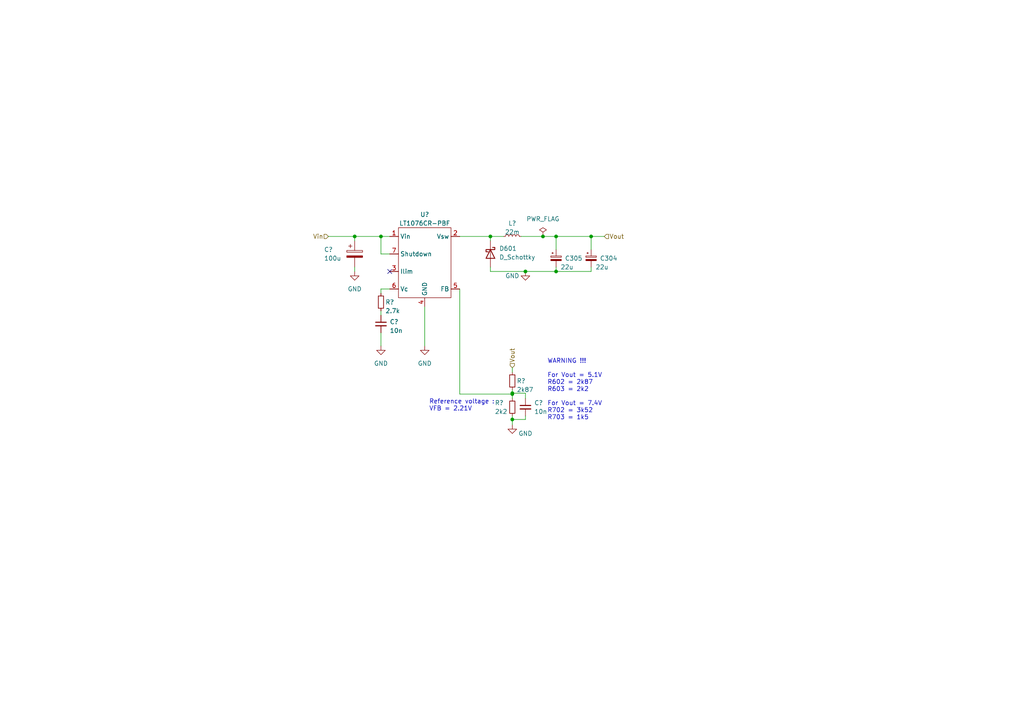
<source format=kicad_sch>
(kicad_sch (version 20230121) (generator eeschema)
  (paper "A4")
  (lib_symbols
    (symbol "Device:C_Polarized" (pin_numbers hide) (pin_names (offset 0.254))
      (property "Reference" "C" (at 0.635 2.54 0))
      (property "Value" "C_Polarized" (at 0.635 -2.54 0))
      (symbol "C_Polarized_0_1"
        (rectangle (start -2.286 0.508) (end 2.286 1.016))
        (polyline (pts (xy -1.778 2.286) (xy -0.762 2.286)))
        (polyline (pts (xy -1.27 2.794) (xy -1.27 1.778)))
        (rectangle (start 2.286 -0.508) (end -2.286 -1.016) (fill (type outline)))
      )
      (symbol "C_Polarized_1_1"
        (pin passive line (at 0 3.81 270) (length 2.794) (name "~") (number "1"))
        (pin passive line (at 0 -3.81 90) (length 2.794) (name "~") (number "2"))
      )
    )
    (symbol "Device:C_Polarized_Small" (pin_numbers hide) (pin_names (offset 0.254) hide)
      (property "Reference" "C" (at 0.254 1.778 0))
      (property "Value" "C_Polarized_Small" (at 0.254 -2.032 0))
      (symbol "C_Polarized_Small_0_1"
        (rectangle (start -1.524 -0.3048) (end 1.524 -0.6858) (fill (type outline)))
        (rectangle (start -1.524 0.6858) (end 1.524 0.3048))
        (polyline (pts (xy -1.27 1.524) (xy -0.762 1.524)))
        (polyline (pts (xy -1.016 1.27) (xy -1.016 1.778)))
      )
      (symbol "C_Polarized_Small_1_1"
        (pin passive line (at 0 2.54 270) (length 1.8542) (name "~") (number "1"))
        (pin passive line (at 0 -2.54 90) (length 1.8542) (name "~") (number "2"))
      )
    )
    (symbol "Device:C_Small" (pin_numbers hide) (pin_names (offset 0.254) hide)
      (property "Reference" "C" (at 0.254 1.778 0))
      (property "Value" "C_Small" (at 0.254 -2.032 0))
      (symbol "C_Small_0_1"
        (polyline (pts (xy -1.524 -0.508) (xy 1.524 -0.508)) (stroke (width 0.3302)))
        (polyline (pts (xy -1.524 0.508) (xy 1.524 0.508)) (stroke (width 0.3048)))
      )
      (symbol "C_Small_1_1"
        (pin passive line (at 0 2.54 270) (length 2.032) (name "~") (number "1"))
        (pin passive line (at 0 -2.54 90) (length 2.032) (name "~") (number "2"))
      )
    )
    (symbol "Device:D_Schottky" (pin_numbers hide) (pin_names (offset 1.016) hide)
      (property "Reference" "D" (at 0 2.54 0))
      (property "Value" "D_Schottky" (at 0 -2.54 0))
      (symbol "D_Schottky_0_1"
        (polyline (pts (xy 1.27 0) (xy -1.27 0)))
        (polyline (pts (xy 1.27 1.27) (xy 1.27 -1.27) (xy -1.27 0) (xy 1.27 1.27)) (stroke (width 0.254)))
        (polyline (pts (xy -1.905 0.635) (xy -1.905 1.27) (xy -1.27 1.27) (xy -1.27 -1.27) (xy -0.635 -1.27) (xy -0.635 -0.635)) (stroke (width 0.254)))
      )
      (symbol "D_Schottky_1_1"
        (pin passive line (at -3.81 0 0) (length 2.54) (name "K") (number "1"))
        (pin passive line (at 3.81 0 180) (length 2.54) (name "A") (number "2"))
      )
    )
    (symbol "Device:L_Small" (pin_numbers hide) (pin_names (offset 0.254) hide)
      (property "Reference" "L" (at 0.762 1.016 0))
      (property "Value" "L_Small" (at 0.762 -1.016 0))
      (symbol "L_Small_0_1"
        (arc (start 0 -2.032) (mid 0.5058 -1.524) (end 0 -1.016))
        (arc (start 0 -1.016) (mid 0.5058 -0.508) (end 0 0))
        (arc (start 0 0) (mid 0.5058 0.508) (end 0 1.016))
        (arc (start 0 1.016) (mid 0.5058 1.524) (end 0 2.032))
      )
      (symbol "L_Small_1_1"
        (pin passive line (at 0 2.54 270) (length 0.508) (name "~") (number "1"))
        (pin passive line (at 0 -2.54 90) (length 0.508) (name "~") (number "2"))
      )
    )
    (symbol "Device:R_Small" (pin_numbers hide) (pin_names (offset 0.254) hide)
      (property "Reference" "R" (at 0.762 0.508 0))
      (property "Value" "R_Small" (at 0.762 -1.016 0))
      (symbol "R_Small_0_1"
        (rectangle (start -0.762 1.778) (end 0.762 -1.778) (stroke (width 0.2032)))
      )
      (symbol "R_Small_1_1"
        (pin passive line (at 0 2.54 270) (length 0.762) (name "~") (number "1"))
        (pin passive line (at 0 -2.54 90) (length 0.762) (name "~") (number "2"))
      )
    )
    (symbol "LT1076_1"
      (property "Reference" "U" (at -6.35 10.16 0))
      (symbol "LT1076_1_0_1"
        (rectangle (start -7.62 8.89) (end 7.62 -11.43))
      )
      (symbol "LT1076_1_1_1"
        (pin power_in line (at -10.16 6.35 0) (length 2.54) (name "Vin") (number "1"))
        (pin output line (at 10.16 6.35 180) (length 2.54) (name "Vsw") (number "2"))
        (pin input line (at -10.16 -3.81 0) (length 2.54) (name "Ilim") (number "3"))
        (pin power_in line (at 0 -13.97 90) (length 2.54) (name "GND") (number "4"))
        (pin input line (at 10.16 -8.89 180) (length 2.54) (name "FB") (number "5"))
        (pin input line (at -10.16 -8.89 0) (length 2.54) (name "Vc") (number "6"))
        (pin input line (at -10.16 1.27 0) (length 2.54) (name "Shutdown") (number "7"))
      )
    )
    (symbol "power:GND" (power) (pin_names (offset 0))
      (property "Value" "GND" (at 0 -3.81 0))
      (symbol "GND_0_1"
        (polyline (pts (xy 0 0) (xy 0 -1.27) (xy 1.27 -1.27) (xy 0 -2.54) (xy -1.27 -1.27) (xy 0 -1.27)))
      )
      (symbol "GND_1_1"
        (pin power_in line (at 0 0 270) (length 0) hide (name "GND") (number "1"))
      )
    )
    (symbol "power:PWR_FLAG" (power) (pin_numbers hide) (pin_names (offset 0) hide)
      (property "Value" "PWR_FLAG" (at 0 3.81 0))
      (symbol "PWR_FLAG_0_0"
        (pin power_out line (at 0 0 90) (length 0) (name "pwr") (number "1"))
      )
      (symbol "PWR_FLAG_0_1"
        (polyline (pts (xy 0 0) (xy 0 1.27) (xy -1.016 1.905) (xy 0 2.54) (xy 1.016 1.905) (xy 0 1.27)))
      )
    )
  )
  (junction (at 102.87 68.58))
  (junction (at 157.48 68.58))
  (junction (at 142.24 68.58))
  (junction (at 148.59 121.666))
  (junction (at 148.59 114.3))
  (junction (at 148.59 114.046))
  (junction (at 110.49 68.58))
  (junction (at 171.45 68.58))
  (junction (at 152.4 78.74))
  (junction (at 161.29 68.58))
  (junction (at 161.29 78.74))
  (no_connect (at 113.03 78.74))
  (wire (pts (xy 148.59 106.68) (xy 148.59 107.95)))
  (wire (pts (xy 171.45 78.74) (xy 171.45 77.47)))
  (wire (pts (xy 110.49 73.66) (xy 110.49 68.58)))
  (wire (pts (xy 171.45 68.58) (xy 171.45 72.39)))
  (wire (pts (xy 133.35 68.58) (xy 142.24 68.58)))
  (wire (pts (xy 142.24 78.74) (xy 152.4 78.74)))
  (wire (pts (xy 152.4 78.74) (xy 161.29 78.74)))
  (wire (pts (xy 148.59 121.666) (xy 152.4 121.666)))
  (wire (pts (xy 161.29 77.47) (xy 161.29 78.74)))
  (wire (pts (xy 175.26 68.58) (xy 171.45 68.58)))
  (wire (pts (xy 152.4 115.57) (xy 152.4 114.046)))
  (wire (pts (xy 151.13 68.58) (xy 157.48 68.58)))
  (wire (pts (xy 123.19 88.9) (xy 123.19 100.33)))
  (wire (pts (xy 148.59 120.65) (xy 148.59 121.666)))
  (wire (pts (xy 142.24 77.47) (xy 142.24 78.74)))
  (wire (pts (xy 102.87 68.58) (xy 102.87 69.85)))
  (wire (pts (xy 113.03 73.66) (xy 110.49 73.66)))
  (wire (pts (xy 102.87 68.58) (xy 110.49 68.58)))
  (wire (pts (xy 110.49 83.82) (xy 113.03 83.82)))
  (wire (pts (xy 95.25 68.58) (xy 102.87 68.58)))
  (wire (pts (xy 148.59 114.3) (xy 148.59 114.046)))
  (wire (pts (xy 142.24 69.85) (xy 142.24 68.58)))
  (wire (pts (xy 152.4 120.65) (xy 152.4 121.666)))
  (wire (pts (xy 148.59 114.046) (xy 152.4 114.046)))
  (wire (pts (xy 133.35 83.82) (xy 133.35 114.3)))
  (wire (pts (xy 148.59 114.3) (xy 148.59 115.57)))
  (wire (pts (xy 142.24 68.58) (xy 146.05 68.58)))
  (wire (pts (xy 148.59 113.03) (xy 148.59 114.046)))
  (wire (pts (xy 171.45 68.58) (xy 161.29 68.58)))
  (wire (pts (xy 110.49 85.09) (xy 110.49 83.82)))
  (wire (pts (xy 133.35 114.3) (xy 148.59 114.3)))
  (wire (pts (xy 102.87 77.47) (xy 102.87 78.74)))
  (wire (pts (xy 161.29 68.58) (xy 161.29 72.39)))
  (wire (pts (xy 157.48 68.58) (xy 161.29 68.58)))
  (wire (pts (xy 161.29 78.74) (xy 171.45 78.74)))
  (wire (pts (xy 110.49 100.33) (xy 110.49 96.52)))
  (wire (pts (xy 110.49 90.17) (xy 110.49 91.44)))
  (wire (pts (xy 110.49 68.58) (xy 113.03 68.58)))
  (wire (pts (xy 148.59 123.19) (xy 148.59 121.666)))
  (text "Reference voltage :\nVFB = 2.21V" (at 124.46 119.38 0) (effects (font (size 1.27 1.27)) (justify left bottom)))
  (text "WARNING !!!\n\nFor Vout = 5.1V\nR602 = 2k87\nR603 = 2k2\n\nFor Vout = 7.4V\nR702 = 3k52\nR703 = 1k5" (at 158.75 121.92 0) (effects (font (size 1.27 1.27)) (justify left bottom)))
  (hierarchical_label "Vout" (shape input) (at 148.59 106.68 90))
  (hierarchical_label "Vout" (shape input) (at 175.26 68.58 0))
  (hierarchical_label "Vin" (shape input) (at 95.25 68.58 180))
  (symbol (lib_id "Device:C_Polarized") (at 102.87 73.66 0) (unit 1)
    (property "Reference" "C?" (at 93.98 72.39 0) (effects (justify left)))
    (property "Value" "100u" (at 93.98 74.93 0) (effects (justify left)))
    (property "Footprint" "Capacitor_SMD:CP_Elec_6.3x7.7" (effects hide))
    (property "Datasheet" "https://www.we-online.com/components/products/datasheet/865060445005.pdf" (effects hide))
    (property "MPN" "865060445005" (effects hide))
    (property "Vmax" "25V" (effects hide))
    (instances (project "puissance" (path "" (reference "C?") (unit 1)) (path "" (reference "C?") (unit 1))) (project "puissanceok" (path "" (reference "C301") (unit 1)) (path "" (reference "C601") (unit 1))) (project "LT1076" (path "" (reference "C?") (unit 1))))
  )
  (symbol (lib_id "power:PWR_FLAG") (at 157.48 68.58 0) (unit 1)
    (property "Reference" "#FLG0301" (effects hide))
    (property "Value" "PWR_FLAG" (at 157.48 63.5 0))
    (instances (project "puissanceok" (path "" (reference "#FLG0301") (unit 1)) (path "" (reference "#FLG0601") (unit 1))))
  )
  (symbol (lib_id "Device:C_Polarized_Small") (at 171.45 74.93 0) (unit 1)
    (property "Reference" "C304" (at 173.99 74.93 0) (effects (justify left)))
    (property "Value" "22u" (at 172.72 77.47 0) (effects (justify left)))
    (property "Footprint" "Capacitor_SMD:CP_Elec_4x5.4" (effects hide))
    (property "Datasheet" "https://www.we-online.com/components/products/datasheet/865060240001.pdf" (effects hide))
    (property "MFR" "865060240001" (effects hide))
    (property "Vmax" "10V" (effects hide))
    (instances (project "puissanceok" (path "" (reference "C304") (unit 1)) (path "" (reference "C604") (unit 1))))
  )
  (symbol (lib_id "Device:C_Small") (at 152.4 118.11 0) (unit 1)
    (property "Reference" "C?" (at 154.94 116.8463 0) (effects (justify left)))
    (property "Value" "10n" (at 154.94 119.3863 0) (effects (justify left)))
    (property "Footprint" "Capacitor_SMD:C_0402_1005Metric" (effects hide))
    (instances (project "puissance" (path "" (reference "C?") (unit 1)) (path "" (reference "C?") (unit 1))) (project "puissanceok" (path "" (reference "C303") (unit 1)) (path "" (reference "C603") (unit 1))) (project "LT1076" (path "" (reference "C?") (unit 1))))
  )
  (symbol (lib_id "power:GND") (at 148.59 123.19 0) (unit 1)
    (property "Reference" "#PWR?" (effects hide))
    (property "Value" "GND" (at 152.4 125.73 0))
    (instances (project "puissance" (path "" (reference "#PWR?") (unit 1)) (path "" (reference "#PWR?") (unit 1))) (project "puissanceok" (path "" (reference "#PWR0304") (unit 1)) (path "" (reference "#PWR0604") (unit 1))) (project "LT1076" (path "" (reference "#PWR?") (unit 1))))
  )
  (symbol (lib_id "Device:C_Small") (at 110.49 93.98 0) (unit 1)
    (property "Reference" "C?" (at 113.03 93.3513 0) (effects (justify left)))
    (property "Value" "10n" (at 113.03 95.8913 0) (effects (justify left)))
    (property "Footprint" "Capacitor_SMD:C_0402_1005Metric" (effects hide))
    (instances (project "puissance" (path "" (reference "C?") (unit 1)) (path "" (reference "C?") (unit 1))) (project "puissanceok" (path "" (reference "C302") (unit 1)) (path "" (reference "C602") (unit 1))) (project "LT1076" (path "" (reference "C?") (unit 1))))
  )
  (symbol (lib_id "power:GND") (at 123.19 100.33 0) (unit 1)
    (property "Reference" "#PWR?" (effects hide))
    (property "Value" "GND" (at 123.19 105.41 0))
    (instances (project "puissance" (path "" (reference "#PWR?") (unit 1)) (path "" (reference "#PWR?") (unit 1))) (project "puissanceok" (path "" (reference "#PWR0303") (unit 1)) (path "" (reference "#PWR0603") (unit 1))) (project "LT1076" (path "" (reference "#PWR?") (unit 1))))
  )
  (symbol (lib_id "Device:D_Schottky") (at 142.24 73.66 270) (unit 1)
    (property "Reference" "D601" (at 144.78 72.0725 90) (effects (justify left)))
    (property "Value" "D_Schottky" (at 144.78 74.6125 90) (effects (justify left)))
    (property "Footprint" "custom:DST10100S" (effects hide))
    (property "Datasheet" "https://www.mouser.fr/datasheet/2/240/media-3323546.pdf" (effects hide))
    (property "MPN" "DST10100S" (effects hide))
    (instances (project "puissanceok" (path "" (reference "D601") (unit 1)) (path "" (reference "D301") (unit 1))))
  )
  (symbol (lib_id "Device:R_Small") (at 148.59 118.11 0) (unit 1)
    (property "Reference" "R?" (at 143.51 116.84 0) (effects (justify left)))
    (property "Value" "2k2" (at 143.51 119.38 0) (effects (justify left)))
    (property "Footprint" "Resistor_SMD:R_0402_1005Metric" (effects hide))
    (instances (project "puissance" (path "" (reference "R?") (unit 1)) (path "" (reference "R?") (unit 1))) (project "puissanceok" (path "" (reference "R303") (unit 1)) (path "" (reference "R603") (unit 1))) (project "LT1076" (path "" (reference "R?") (unit 1))))
  )
  (symbol (lib_id "power:GND") (at 110.49 100.33 0) (unit 1)
    (property "Reference" "#PWR?" (effects hide))
    (property "Value" "GND" (at 110.49 105.41 0))
    (instances (project "puissance" (path "" (reference "#PWR?") (unit 1)) (path "" (reference "#PWR?") (unit 1))) (project "puissanceok" (path "" (reference "#PWR0302") (unit 1)) (path "" (reference "#PWR0602") (unit 1))) (project "LT1076" (path "" (reference "#PWR?") (unit 1))))
  )
  (symbol (lib_id "power:GND") (at 152.4 78.74 0) (unit 1)
    (property "Reference" "#PWR?" (effects hide))
    (property "Value" "GND" (at 148.59 80.01 0))
    (instances (project "puissance" (path "" (reference "#PWR?") (unit 1)) (path "" (reference "#PWR?") (unit 1))) (project "puissanceok" (path "" (reference "#PWR0305") (unit 1)) (path "" (reference "#PWR0605") (unit 1))) (project "LT1076" (path "" (reference "#PWR?") (unit 1))))
  )
  (symbol (lib_id "Device:R_Small") (at 148.59 110.49 0) (unit 1)
    (property "Reference" "R?" (at 149.86 110.49 0) (effects (justify left)))
    (property "Value" "2k87" (at 149.86 113.03 0) (effects (justify left)))
    (property "Footprint" "Resistor_SMD:R_0402_1005Metric" (effects hide))
    (instances (project "puissance" (path "" (reference "R?") (unit 1)) (path "" (reference "R?") (unit 1))) (project "puissanceok" (path "" (reference "R302") (unit 1)) (path "" (reference "R602") (unit 1))) (project "LT1076" (path "" (reference "R?") (unit 1))))
  )
  (symbol (lib_id "Device:R_Small") (at 110.49 87.63 0) (unit 1)
    (property "Reference" "R?" (at 111.76 87.63 0) (effects (justify left)))
    (property "Value" "2.7k" (at 111.76 90.17 0) (effects (justify left)))
    (property "Footprint" "Resistor_SMD:R_0402_1005Metric" (effects hide))
    (instances (project "puissance" (path "" (reference "R?") (unit 1)) (path "" (reference "R?") (unit 1))) (project "puissanceok" (path "" (reference "R301") (unit 1)) (path "" (reference "R601") (unit 1))) (project "LT1076" (path "" (reference "R?") (unit 1))))
  )
  (symbol (lib_id "power:GND") (at 102.87 78.74 0) (unit 1)
    (property "Reference" "#PWR?" (effects hide))
    (property "Value" "GND" (at 102.87 83.82 0))
    (instances (project "puissance" (path "" (reference "#PWR?") (unit 1)) (path "" (reference "#PWR?") (unit 1))) (project "puissanceok" (path "" (reference "#PWR0301") (unit 1)) (path "" (reference "#PWR0601") (unit 1))) (project "LT1076" (path "" (reference "#PWR?") (unit 1))))
  )
  (symbol (lib_id "Device:C_Polarized_Small") (at 161.29 74.93 0) (unit 1)
    (property "Reference" "C305" (at 163.83 74.93 0) (effects (justify left)))
    (property "Value" "22u" (at 162.56 77.47 0) (effects (justify left)))
    (property "Footprint" "Capacitor_SMD:CP_Elec_4x5.4" (effects hide))
    (property "Datasheet" "https://www.we-online.com/components/products/datasheet/865060240001.pdf" (effects hide))
    (property "MFR" "865060240001" (effects hide))
    (property "Vmax" "10V" (effects hide))
    (instances (project "puissanceok" (path "" (reference "C305") (unit 1)) (path "" (reference "C605") (unit 1))))
  )
  (symbol (lib_name "LT1076_1") (lib_id "custom:LT1076") (at 123.19 74.93 0) (unit 1)
    (property "Reference" "U?" (at 123.19 62.23 0))
    (property "Value" "LT1076CR-PBF" (at 123.19 64.77 0))
    (property "Footprint" "Package_TO_SOT_SMD:TO-263-7_TabPin4" (effects hide))
    (property "Datasheet" "https://www.mouser.fr/datasheet/2/609/1074fds-3123169.pdf" (effects hide))
    (instances (project "puissance" (path "" (reference "U?") (unit 1)) (path "" (reference "U?") (unit 1))) (project "puissanceok" (path "" (reference "U301") (unit 1)) (path "" (reference "U601") (unit 1))) (project "LT1076" (path "" (reference "U?") (unit 1))))
  )
  (symbol (lib_id "Device:L_Small") (at 148.59 68.58 90) (unit 1)
    (property "Reference" "L?" (at 148.59 64.77 90))
    (property "Value" "22m" (at 148.59 67.31 90))
    (property "Footprint" "Inductor_SMD:L_Changjiang_FNR8065S" (effects hide))
    (property "MFR" "7447709220" (effects hide))
    (instances (project "puissance" (path "" (reference "L?") (unit 1)) (path "" (reference "L?") (unit 1))) (project "puissanceok" (path "" (reference "L301") (unit 1)) (path "" (reference "L601") (unit 1))) (project "LT1076" (path "" (reference "L?") (unit 1))))
  )
)
</source>
